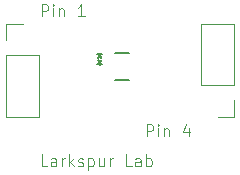
<source format=gbr>
%TF.GenerationSoftware,KiCad,Pcbnew,9.0.1*%
%TF.CreationDate,2025-07-19T07:43:59-04:00*%
%TF.ProjectId,VEML6030,56454d4c-3630-4333-902e-6b696361645f,rev?*%
%TF.SameCoordinates,Original*%
%TF.FileFunction,Legend,Top*%
%TF.FilePolarity,Positive*%
%FSLAX46Y46*%
G04 Gerber Fmt 4.6, Leading zero omitted, Abs format (unit mm)*
G04 Created by KiCad (PCBNEW 9.0.1) date 2025-07-19 07:43:59*
%MOMM*%
%LPD*%
G01*
G04 APERTURE LIST*
%ADD10C,0.100000*%
%ADD11C,0.150000*%
%ADD12C,0.152400*%
%ADD13C,0.120000*%
G04 APERTURE END LIST*
D10*
X146830074Y-93852419D02*
X146353884Y-93852419D01*
X146353884Y-93852419D02*
X146353884Y-92852419D01*
X147591979Y-93852419D02*
X147591979Y-93328609D01*
X147591979Y-93328609D02*
X147544360Y-93233371D01*
X147544360Y-93233371D02*
X147449122Y-93185752D01*
X147449122Y-93185752D02*
X147258646Y-93185752D01*
X147258646Y-93185752D02*
X147163408Y-93233371D01*
X147591979Y-93804800D02*
X147496741Y-93852419D01*
X147496741Y-93852419D02*
X147258646Y-93852419D01*
X147258646Y-93852419D02*
X147163408Y-93804800D01*
X147163408Y-93804800D02*
X147115789Y-93709561D01*
X147115789Y-93709561D02*
X147115789Y-93614323D01*
X147115789Y-93614323D02*
X147163408Y-93519085D01*
X147163408Y-93519085D02*
X147258646Y-93471466D01*
X147258646Y-93471466D02*
X147496741Y-93471466D01*
X147496741Y-93471466D02*
X147591979Y-93423847D01*
X148068170Y-93852419D02*
X148068170Y-93185752D01*
X148068170Y-93376228D02*
X148115789Y-93280990D01*
X148115789Y-93280990D02*
X148163408Y-93233371D01*
X148163408Y-93233371D02*
X148258646Y-93185752D01*
X148258646Y-93185752D02*
X148353884Y-93185752D01*
X148687218Y-93852419D02*
X148687218Y-92852419D01*
X148782456Y-93471466D02*
X149068170Y-93852419D01*
X149068170Y-93185752D02*
X148687218Y-93566704D01*
X149449123Y-93804800D02*
X149544361Y-93852419D01*
X149544361Y-93852419D02*
X149734837Y-93852419D01*
X149734837Y-93852419D02*
X149830075Y-93804800D01*
X149830075Y-93804800D02*
X149877694Y-93709561D01*
X149877694Y-93709561D02*
X149877694Y-93661942D01*
X149877694Y-93661942D02*
X149830075Y-93566704D01*
X149830075Y-93566704D02*
X149734837Y-93519085D01*
X149734837Y-93519085D02*
X149591980Y-93519085D01*
X149591980Y-93519085D02*
X149496742Y-93471466D01*
X149496742Y-93471466D02*
X149449123Y-93376228D01*
X149449123Y-93376228D02*
X149449123Y-93328609D01*
X149449123Y-93328609D02*
X149496742Y-93233371D01*
X149496742Y-93233371D02*
X149591980Y-93185752D01*
X149591980Y-93185752D02*
X149734837Y-93185752D01*
X149734837Y-93185752D02*
X149830075Y-93233371D01*
X150306266Y-93185752D02*
X150306266Y-94185752D01*
X150306266Y-93233371D02*
X150401504Y-93185752D01*
X150401504Y-93185752D02*
X150591980Y-93185752D01*
X150591980Y-93185752D02*
X150687218Y-93233371D01*
X150687218Y-93233371D02*
X150734837Y-93280990D01*
X150734837Y-93280990D02*
X150782456Y-93376228D01*
X150782456Y-93376228D02*
X150782456Y-93661942D01*
X150782456Y-93661942D02*
X150734837Y-93757180D01*
X150734837Y-93757180D02*
X150687218Y-93804800D01*
X150687218Y-93804800D02*
X150591980Y-93852419D01*
X150591980Y-93852419D02*
X150401504Y-93852419D01*
X150401504Y-93852419D02*
X150306266Y-93804800D01*
X151639599Y-93185752D02*
X151639599Y-93852419D01*
X151211028Y-93185752D02*
X151211028Y-93709561D01*
X151211028Y-93709561D02*
X151258647Y-93804800D01*
X151258647Y-93804800D02*
X151353885Y-93852419D01*
X151353885Y-93852419D02*
X151496742Y-93852419D01*
X151496742Y-93852419D02*
X151591980Y-93804800D01*
X151591980Y-93804800D02*
X151639599Y-93757180D01*
X152115790Y-93852419D02*
X152115790Y-93185752D01*
X152115790Y-93376228D02*
X152163409Y-93280990D01*
X152163409Y-93280990D02*
X152211028Y-93233371D01*
X152211028Y-93233371D02*
X152306266Y-93185752D01*
X152306266Y-93185752D02*
X152401504Y-93185752D01*
X153972933Y-93852419D02*
X153496743Y-93852419D01*
X153496743Y-93852419D02*
X153496743Y-92852419D01*
X154734838Y-93852419D02*
X154734838Y-93328609D01*
X154734838Y-93328609D02*
X154687219Y-93233371D01*
X154687219Y-93233371D02*
X154591981Y-93185752D01*
X154591981Y-93185752D02*
X154401505Y-93185752D01*
X154401505Y-93185752D02*
X154306267Y-93233371D01*
X154734838Y-93804800D02*
X154639600Y-93852419D01*
X154639600Y-93852419D02*
X154401505Y-93852419D01*
X154401505Y-93852419D02*
X154306267Y-93804800D01*
X154306267Y-93804800D02*
X154258648Y-93709561D01*
X154258648Y-93709561D02*
X154258648Y-93614323D01*
X154258648Y-93614323D02*
X154306267Y-93519085D01*
X154306267Y-93519085D02*
X154401505Y-93471466D01*
X154401505Y-93471466D02*
X154639600Y-93471466D01*
X154639600Y-93471466D02*
X154734838Y-93423847D01*
X155211029Y-93852419D02*
X155211029Y-92852419D01*
X155211029Y-93233371D02*
X155306267Y-93185752D01*
X155306267Y-93185752D02*
X155496743Y-93185752D01*
X155496743Y-93185752D02*
X155591981Y-93233371D01*
X155591981Y-93233371D02*
X155639600Y-93280990D01*
X155639600Y-93280990D02*
X155687219Y-93376228D01*
X155687219Y-93376228D02*
X155687219Y-93661942D01*
X155687219Y-93661942D02*
X155639600Y-93757180D01*
X155639600Y-93757180D02*
X155591981Y-93804800D01*
X155591981Y-93804800D02*
X155496743Y-93852419D01*
X155496743Y-93852419D02*
X155306267Y-93852419D01*
X155306267Y-93852419D02*
X155211029Y-93804800D01*
X155243884Y-91312419D02*
X155243884Y-90312419D01*
X155243884Y-90312419D02*
X155624836Y-90312419D01*
X155624836Y-90312419D02*
X155720074Y-90360038D01*
X155720074Y-90360038D02*
X155767693Y-90407657D01*
X155767693Y-90407657D02*
X155815312Y-90502895D01*
X155815312Y-90502895D02*
X155815312Y-90645752D01*
X155815312Y-90645752D02*
X155767693Y-90740990D01*
X155767693Y-90740990D02*
X155720074Y-90788609D01*
X155720074Y-90788609D02*
X155624836Y-90836228D01*
X155624836Y-90836228D02*
X155243884Y-90836228D01*
X156243884Y-91312419D02*
X156243884Y-90645752D01*
X156243884Y-90312419D02*
X156196265Y-90360038D01*
X156196265Y-90360038D02*
X156243884Y-90407657D01*
X156243884Y-90407657D02*
X156291503Y-90360038D01*
X156291503Y-90360038D02*
X156243884Y-90312419D01*
X156243884Y-90312419D02*
X156243884Y-90407657D01*
X156720074Y-90645752D02*
X156720074Y-91312419D01*
X156720074Y-90740990D02*
X156767693Y-90693371D01*
X156767693Y-90693371D02*
X156862931Y-90645752D01*
X156862931Y-90645752D02*
X157005788Y-90645752D01*
X157005788Y-90645752D02*
X157101026Y-90693371D01*
X157101026Y-90693371D02*
X157148645Y-90788609D01*
X157148645Y-90788609D02*
X157148645Y-91312419D01*
X158815312Y-90645752D02*
X158815312Y-91312419D01*
X158577217Y-90264800D02*
X158339122Y-90979085D01*
X158339122Y-90979085D02*
X158958169Y-90979085D01*
X146353884Y-81152419D02*
X146353884Y-80152419D01*
X146353884Y-80152419D02*
X146734836Y-80152419D01*
X146734836Y-80152419D02*
X146830074Y-80200038D01*
X146830074Y-80200038D02*
X146877693Y-80247657D01*
X146877693Y-80247657D02*
X146925312Y-80342895D01*
X146925312Y-80342895D02*
X146925312Y-80485752D01*
X146925312Y-80485752D02*
X146877693Y-80580990D01*
X146877693Y-80580990D02*
X146830074Y-80628609D01*
X146830074Y-80628609D02*
X146734836Y-80676228D01*
X146734836Y-80676228D02*
X146353884Y-80676228D01*
X147353884Y-81152419D02*
X147353884Y-80485752D01*
X147353884Y-80152419D02*
X147306265Y-80200038D01*
X147306265Y-80200038D02*
X147353884Y-80247657D01*
X147353884Y-80247657D02*
X147401503Y-80200038D01*
X147401503Y-80200038D02*
X147353884Y-80152419D01*
X147353884Y-80152419D02*
X147353884Y-80247657D01*
X147830074Y-80485752D02*
X147830074Y-81152419D01*
X147830074Y-80580990D02*
X147877693Y-80533371D01*
X147877693Y-80533371D02*
X147972931Y-80485752D01*
X147972931Y-80485752D02*
X148115788Y-80485752D01*
X148115788Y-80485752D02*
X148211026Y-80533371D01*
X148211026Y-80533371D02*
X148258645Y-80628609D01*
X148258645Y-80628609D02*
X148258645Y-81152419D01*
X150020550Y-81152419D02*
X149449122Y-81152419D01*
X149734836Y-81152419D02*
X149734836Y-80152419D01*
X149734836Y-80152419D02*
X149639598Y-80295276D01*
X149639598Y-80295276D02*
X149544360Y-80390514D01*
X149544360Y-80390514D02*
X149449122Y-80438133D01*
D11*
X151260100Y-84228319D02*
X151260100Y-84466414D01*
X151022005Y-84371176D02*
X151260100Y-84466414D01*
X151260100Y-84466414D02*
X151498195Y-84371176D01*
X151117243Y-84656890D02*
X151260100Y-84466414D01*
X151260100Y-84466414D02*
X151402957Y-84656890D01*
X151260099Y-85318680D02*
X151260099Y-85080585D01*
X151498194Y-85175823D02*
X151260099Y-85080585D01*
X151260099Y-85080585D02*
X151022004Y-85175823D01*
X151402956Y-84890109D02*
X151260099Y-85080585D01*
X151260099Y-85080585D02*
X151117242Y-84890109D01*
D12*
%TO.C,U1*%
X153730935Y-84278200D02*
X152599265Y-84278200D01*
X153730935Y-86538800D02*
X152599265Y-86538800D01*
D13*
%TO.C,J2*%
X162650800Y-89647000D02*
X161270800Y-89647000D01*
X162650800Y-88267000D02*
X162650800Y-89647000D01*
X162650800Y-86997000D02*
X162650800Y-81807000D01*
X162650800Y-86997000D02*
X159890800Y-86997000D01*
X162650800Y-81807000D02*
X159890800Y-81807000D01*
X159890800Y-86997000D02*
X159890800Y-81807000D01*
%TO.C,J1*%
X143380800Y-81807000D02*
X144760800Y-81807000D01*
X143380800Y-83187000D02*
X143380800Y-81807000D01*
X143380800Y-84457000D02*
X143380800Y-89647000D01*
X143380800Y-84457000D02*
X146140800Y-84457000D01*
X143380800Y-89647000D02*
X146140800Y-89647000D01*
X146140800Y-84457000D02*
X146140800Y-89647000D01*
%TD*%
M02*

</source>
